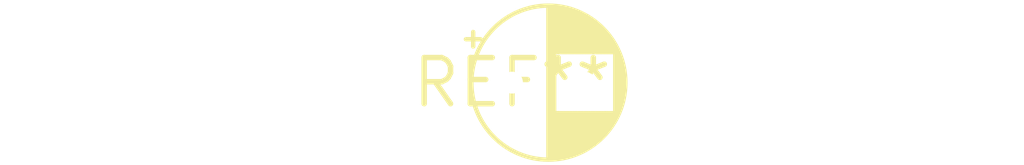
<source format=kicad_pcb>
(kicad_pcb (version 20240108) (generator pcbnew)
  (layers (0 "F.Cu" signal) (31 "B.Cu" signal) (34 "B.Paste" user) (35 "F.Paste" user) (36 "B.SilkS" user "B.Silkscreen") (37 "F.SilkS" user "F.Silkscreen") (38 "B.Mask" user) (39 "F.Mask" user) (44 "Edge.Cuts" user))
  (net 0 "")
  (footprint "CP_Radial_D4.0mm_P2.00mm" (layer "F.Cu") (at 0 0)
    (property "Reference" "REF**")
    (property "Value" "CP_Radial_D4.0mm_P2.00mm")
    (fp_line (start -1.269801 -1.195) (end -0.869801 -1.195) (layer "F.SilkS") (stroke (width 0.12)))
    (fp_line (start -1.069801 -1.395) (end -1.069801 -0.995) (layer "F.SilkS") (stroke (width 0.12)))
    (fp_line (start 1 -2.08) (end 1 2.08) (layer "F.SilkS") (stroke (width 0.12)))
    (fp_line (start 1.04 -2.08) (end 1.04 2.08) (layer "F.SilkS") (stroke (width 0.12)))
    (fp_line (start 1.08 -2.079) (end 1.08 2.079) (layer "F.SilkS") (stroke (width 0.12)))
    (fp_line (start 1.12 -2.077) (end 1.12 2.077) (layer "F.SilkS") (stroke (width 0.12)))
    (fp_line (start 1.16 -2.074) (end 1.16 2.074) (layer "F.SilkS") (stroke (width 0.12)))
    (fp_line (start 1.2 -2.071) (end 1.2 -0.84) (layer "F.SilkS") (stroke (width 0.12)))
    (fp_line (start 1.2 0.84) (end 1.2 2.071) (layer "F.SilkS") (stroke (width 0.12)))
    (fp_line (start 1.24 -2.067) (end 1.24 -0.84) (layer "F.SilkS") (stroke (width 0.12)))
    (fp_line (start 1.24 0.84) (end 1.24 2.067) (layer "F.SilkS") (stroke (width 0.12)))
    (fp_line (start 1.28 -2.062) (end 1.28 -0.84) (layer "F.SilkS") (stroke (width 0.12)))
    (fp_line (start 1.28 0.84) (end 1.28 2.062) (layer "F.SilkS") (stroke (width 0.12)))
    (fp_line (start 1.32 -2.056) (end 1.32 -0.84) (layer "F.SilkS") (stroke (width 0.12)))
    (fp_line (start 1.32 0.84) (end 1.32 2.056) (layer "F.SilkS") (stroke (width 0.12)))
    (fp_line (start 1.36 -2.05) (end 1.36 -0.84) (layer "F.SilkS") (stroke (width 0.12)))
    (fp_line (start 1.36 0.84) (end 1.36 2.05) (layer "F.SilkS") (stroke (width 0.12)))
    (fp_line (start 1.4 -2.042) (end 1.4 -0.84) (layer "F.SilkS") (stroke (width 0.12)))
    (fp_line (start 1.4 0.84) (end 1.4 2.042) (layer "F.SilkS") (stroke (width 0.12)))
    (fp_line (start 1.44 -2.034) (end 1.44 -0.84) (layer "F.SilkS") (stroke (width 0.12)))
    (fp_line (start 1.44 0.84) (end 1.44 2.034) (layer "F.SilkS") (stroke (width 0.12)))
    (fp_line (start 1.48 -2.025) (end 1.48 -0.84) (layer "F.SilkS") (stroke (width 0.12)))
    (fp_line (start 1.48 0.84) (end 1.48 2.025) (layer "F.SilkS") (stroke (width 0.12)))
    (fp_line (start 1.52 -2.016) (end 1.52 -0.84) (layer "F.SilkS") (stroke (width 0.12)))
    (fp_line (start 1.52 0.84) (end 1.52 2.016) (layer "F.SilkS") (stroke (width 0.12)))
    (fp_line (start 1.56 -2.005) (end 1.56 -0.84) (layer "F.SilkS") (stroke (width 0.12)))
    (fp_line (start 1.56 0.84) (end 1.56 2.005) (layer "F.SilkS") (stroke (width 0.12)))
    (fp_line (start 1.6 -1.994) (end 1.6 -0.84) (layer "F.SilkS") (stroke (width 0.12)))
    (fp_line (start 1.6 0.84) (end 1.6 1.994) (layer "F.SilkS") (stroke (width 0.12)))
    (fp_line (start 1.64 -1.982) (end 1.64 -0.84) (layer "F.SilkS") (stroke (width 0.12)))
    (fp_line (start 1.64 0.84) (end 1.64 1.982) (layer "F.SilkS") (stroke (width 0.12)))
    (fp_line (start 1.68 -1.968) (end 1.68 -0.84) (layer "F.SilkS") (stroke (width 0.12)))
    (fp_line (start 1.68 0.84) (end 1.68 1.968) (layer "F.SilkS") (stroke (width 0.12)))
    (fp_line (start 1.721 -1.954) (end 1.721 -0.84) (layer "F.SilkS") (stroke (width 0.12)))
    (fp_line (start 1.721 0.84) (end 1.721 1.954) (layer "F.SilkS") (stroke (width 0.12)))
    (fp_line (start 1.761 -1.94) (end 1.761 -0.84) (layer "F.SilkS") (stroke (width 0.12)))
    (fp_line (start 1.761 0.84) (end 1.761 1.94) (layer "F.SilkS") (stroke (width 0.12)))
    (fp_line (start 1.801 -1.924) (end 1.801 -0.84) (layer "F.SilkS") (stroke (width 0.12)))
    (fp_line (start 1.801 0.84) (end 1.801 1.924) (layer "F.SilkS") (stroke (width 0.12)))
    (fp_line (start 1.841 -1.907) (end 1.841 -0.84) (layer "F.SilkS") (stroke (width 0.12)))
    (fp_line (start 1.841 0.84) (end 1.841 1.907) (layer "F.SilkS") (stroke (width 0.12)))
    (fp_line (start 1.881 -1.889) (end 1.881 -0.84) (layer "F.SilkS") (stroke (width 0.12)))
    (fp_line (start 1.881 0.84) (end 1.881 1.889) (layer "F.SilkS") (stroke (width 0.12)))
    (fp_line (start 1.921 -1.87) (end 1.921 -0.84) (layer "F.SilkS") (stroke (width 0.12)))
    (fp_line (start 1.921 0.84) (end 1.921 1.87) (layer "F.SilkS") (stroke (width 0.12)))
    (fp_line (start 1.961 -1.851) (end 1.961 -0.84) (layer "F.SilkS") (stroke (width 0.12)))
    (fp_line (start 1.961 0.84) (end 1.961 1.851) (layer "F.SilkS") (stroke (width 0.12)))
    (fp_line (start 2.001 -1.83) (end 2.001 -0.84) (layer "F.SilkS") (stroke (width 0.12)))
    (fp_line (start 2.001 0.84) (end 2.001 1.83) (layer "F.SilkS") (stroke (width 0.12)))
    (fp_line (start 2.041 -1.808) (end 2.041 -0.84) (layer "F.SilkS") (stroke (width 0.12)))
    (fp_line (start 2.041 0.84) (end 2.041 1.808) (layer "F.SilkS") (stroke (width 0.12)))
    (fp_line (start 2.081 -1.785) (end 2.081 -0.84) (layer "F.SilkS") (stroke (width 0.12)))
    (fp_line (start 2.081 0.84) (end 2.081 1.785) (layer "F.SilkS") (stroke (width 0.12)))
    (fp_line (start 2.121 -1.76) (end 2.121 -0.84) (layer "F.SilkS") (stroke (width 0.12)))
    (fp_line (start 2.121 0.84) (end 2.121 1.76) (layer "F.SilkS") (stroke (width 0.12)))
    (fp_line (start 2.161 -1.735) (end 2.161 -0.84) (layer "F.SilkS") (stroke (width 0.12)))
    (fp_line (start 2.161 0.84) (end 2.161 1.735) (layer "F.SilkS") (stroke (width 0.12)))
    (fp_line (start 2.201 -1.708) (end 2.201 -0.84) (layer "F.SilkS") (stroke (width 0.12)))
    (fp_line (start 2.201 0.84) (end 2.201 1.708) (layer "F.SilkS") (stroke (width 0.12)))
    (fp_line (start 2.241 -1.68) (end 2.241 -0.84) (layer "F.SilkS") (stroke (width 0.12)))
    (fp_line (start 2.241 0.84) (end 2.241 1.68) (layer "F.SilkS") (stroke (width 0.12)))
    (fp_line (start 2.281 -1.65) (end 2.281 -0.84) (layer "F.SilkS") (stroke (width 0.12)))
    (fp_line (start 2.281 0.84) (end 2.281 1.65) (layer "F.SilkS") (stroke (width 0.12)))
    (fp_line (start 2.321 -1.619) (end 2.321 -0.84) (layer "F.SilkS") (stroke (width 0.12)))
    (fp_line (start 2.321 0.84) (end 2.321 1.619) (layer "F.SilkS") (stroke (width 0.12)))
    (fp_line (start 2.361 -1.587) (end 2.361 -0.84) (layer "F.SilkS") (stroke (width 0.12)))
    (fp_line (start 2.361 0.84) (end 2.361 1.587) (layer "F.SilkS") (stroke (width 0.12)))
    (fp_line (start 2.401 -1.552) (end 2.401 -0.84) (layer "F.SilkS") (stroke (width 0.12)))
    (fp_line (start 2.401 0.84) (end 2.401 1.552) (layer "F.SilkS") (stroke (width 0.12)))
    (fp_line (start 2.441 -1.516) (end 2.441 -0.84) (layer "F.SilkS") (stroke (width 0.12)))
    (fp_line (start 2.441 0.84) (end 2.441 1.516) (layer "F.SilkS") (stroke (width 0.12)))
    (fp_line (start 2.481 -1.478) (end 2.481 -0.84) (layer "F.SilkS") (stroke (width 0.12)))
    (fp_line (start 2.481 0.84) (end 2.481 1.478) (layer "F.SilkS") (stroke (width 0.12)))
    (fp_line (start 2.521 -1.438) (end 2.521 -0.84) (layer "F.SilkS") (stroke (width 0.12)))
    (fp_line (start 2.521 0.84) (end 2.521 1.438) (layer "F.SilkS") (stroke (width 0.12)))
    (fp_line (start 2.561 -1.396) (end 2.561 -0.84) (layer "F.SilkS") (stroke (width 0.12)))
    (fp_line (start 2.561 0.84) (end 2.561 1.396) (layer "F.SilkS") (stroke (width 0.12)))
    (fp_line (start 2.601 -1.351) (end 2.601 -0.84) (layer "F.SilkS") (stroke (width 0.12)))
    (fp_line (start 2.601 0.84) (end 2.601 1.351) (layer "F.SilkS") (stroke (width 0.12)))
    (fp_line (start 2.641 -1.304) (end 2.641 -0.84) (layer "F.SilkS") (stroke (width 0.12)))
    (fp_line (start 2.641 0.84) (end 2.641 1.304) (layer "F.SilkS") (stroke (width 0.12)))
    (fp_line (start 2.681 -1.254) (end 2.681 -0.84) (layer "F.SilkS") (stroke (width 0.12)))
    (fp_line (start 2.681 0.84) (end 2.681 1.254) (layer "F.SilkS") (stroke (width 0.12)))
    (fp_line (start 2.721 -1.2) (end 2.721 -0.84) (layer "F.SilkS") (stroke (width 0.12)))
    (fp_line (start 2.721 0.84) (end 2.721 1.2) (layer "F.SilkS") (stroke (width 0.12)))
    (fp_line (start 2.761 -1.142) (end 2.761 -0.84) (layer "F.SilkS") (stroke (width 0.12)))
    (fp_line (start 2.761 0.84) (end 2.761 1.142) (layer "F.SilkS") (stroke (width 0.12)))
    (fp_line (start 2.801 -1.08) (end 2.801 -0.84) (layer "F.SilkS") (stroke (width 0.12)))
    (fp_line (start 2.801 0.84) (end 2.801 1.08) (layer "F.SilkS") (stroke (width 0.12)))
    (fp_line (start 2.841 -1.013) (end 2.841 1.013) (layer "F.SilkS") (stroke (width 0.12)))
    (fp_line (start 2.881 -0.94) (end 2.881 0.94) (layer "F.SilkS") (stroke (width 0.12)))
    (fp_line (start 2.921 -0.859) (end 2.921 0.859) (layer "F.SilkS") (stroke (width 0.12)))
    (fp_line (start 2.961 -0.768) (end 2.961 0.768) (layer "F.SilkS") (stroke (width 0.12)))
    (fp_line (start 3.001 -0.664) (end 3.001 0.664) (layer "F.SilkS") (stroke (width 0.12)))
    (fp_line (start 3.041 -0.537) (end 3.041 0.537) (layer "F.SilkS") (stroke (width 0.12)))
    (fp_line (start 3.081 -0.37) (end 3.081 0.37) (layer "F.SilkS") (stroke (width 0.12)))
    (fp_circle (center 1 0) (end 3.12 0) (layer "F.SilkS") (stroke (width 0.12)) (fill none))
    (pad "1" thru_hole rect (at 0 0) (size 1.2 1.2) (drill 0.6) (layers *.Cu *.Mask) (remove_unused_layers))
    (pad "2" thru_hole circle (at 2 0) (size 1.2 1.2) (drill 0.6) (layers *.Cu *.Mask) (remove_unused_layers))
  )
)
</source>
